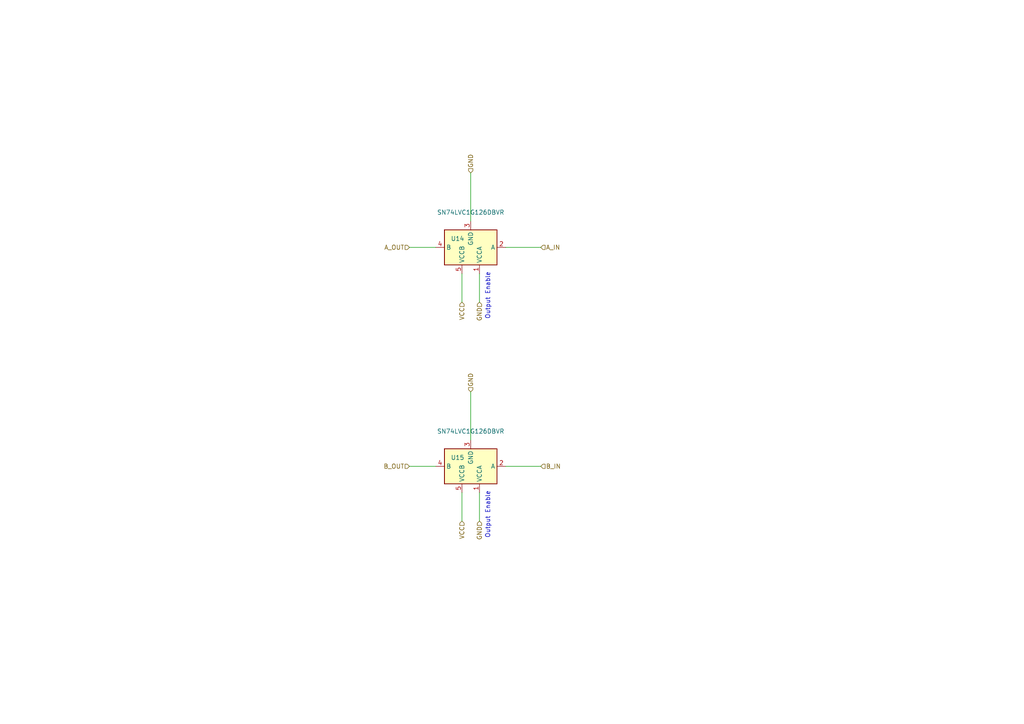
<source format=kicad_sch>
(kicad_sch (version 20230121) (generator eeschema)
  (paper "A4")
  (lib_symbols
    (symbol "Logic_LevelTranslator:SN74AUP1T34DCK"
      (property "Reference" "U" (at -6.35 6.35 0))
      (property "Value" "SN74AUP1T34DCK" (at 11.43 6.35 0))
      (symbol "SN74AUP1T34DCK_0_1"
        (rectangle (start -7.62 -5.08) (end 7.62 5.08) (stroke (width 0.254)) (fill (type background)))
        (pin power_in line (at -2.54 7.62 270) (length 2.54) (name "VCCA") (number "1"))
        (pin input line (at -10.16 0 0) (length 2.54) (name "A") (number "2"))
        (pin power_in line (at 0 -7.62 90) (length 2.54) (name "GND") (number "3"))
        (pin output line (at 10.16 0 180) (length 2.54) (name "B") (number "4"))
        (pin power_in line (at 2.54 7.62 270) (length 2.54) (name "VCCB") (number "5"))
      )
    )
  )
  (wire (pts (xy 136.525 50.165) (xy 136.525 64.135)))
  (wire (pts (xy 139.065 79.375) (xy 139.065 87.63)))
  (wire (pts (xy 139.065 142.875) (xy 139.065 151.13)))
  (wire (pts (xy 118.745 71.755) (xy 126.365 71.755)))
  (wire (pts (xy 133.985 142.875) (xy 133.985 151.13)))
  (wire (pts (xy 133.985 79.375) (xy 133.985 87.63)))
  (wire (pts (xy 136.525 113.665) (xy 136.525 127.635)))
  (wire (pts (xy 118.745 135.255) (xy 126.365 135.255)))
  (wire (pts (xy 146.685 71.755) (xy 156.845 71.755)))
  (wire (pts (xy 146.685 135.255) (xy 156.845 135.255)))
  (text "Output Enable" (at 142.24 156.21 90) (effects (font (size 1.27 1.27)) (justify left bottom)))
  (text "Output Enable" (at 142.24 92.71 90) (effects (font (size 1.27 1.27)) (justify left bottom)))
  (hierarchical_label "GND" (shape input) (at 139.065 151.13 270))
  (hierarchical_label "B_OUT" (shape input) (at 118.745 135.255 180))
  (hierarchical_label "A_OUT" (shape input) (at 118.745 71.755 180))
  (hierarchical_label "GND" (shape input) (at 136.525 50.165 90))
  (hierarchical_label "VCC" (shape input) (at 133.985 87.63 270))
  (hierarchical_label "B_IN" (shape input) (at 156.845 135.255 0))
  (hierarchical_label "GND" (shape input) (at 139.065 87.63 270))
  (hierarchical_label "GND" (shape input) (at 136.525 113.665 90))
  (hierarchical_label "VCC" (shape input) (at 133.985 151.13 270))
  (hierarchical_label "A_IN" (shape input) (at 156.845 71.755 0))
  (symbol (lib_id "Logic_LevelTranslator:SN74AUP1T34DCK") (at 136.525 71.755 180) (unit 1)
    (property "Reference" "U14" (at 132.715 69.215 0))
    (property "Value" "SN74LVC1G126DBVR" (at 136.525 61.595 0))
    (property "Footprint" "Package_TO_SOT_SMD:SOT-353_SC-70-5" (effects hide))
    (property "Datasheet" "https://www.ti.com/cn/lit/gpn/sn74ahc1g125" (effects hide))
    (property "MPN" "C151890" (effects hide))
    (property "JLC" "C151890" (effects hide))
    (property "LCSC" "C151890" (effects hide))
    (instances (project "poly_kb_wave_left2" (path "" (reference "U14") (unit 1)) (path "" (reference "U12") (unit 1)) (path "" (reference "U16") (unit 1)) (path "" (reference "U18") (unit 1)) (path "" (reference "U20") (unit 1)) (path "" (reference "U22") (unit 1)) (path "" (reference "U24") (unit 1))))
  )
  (symbol (lib_id "Logic_LevelTranslator:SN74AUP1T34DCK") (at 136.525 135.255 180) (unit 1)
    (property "Reference" "U15" (at 132.715 132.715 0))
    (property "Value" "SN74LVC1G126DBVR" (at 136.525 125.095 0))
    (property "Footprint" "Package_TO_SOT_SMD:SOT-353_SC-70-5" (effects hide))
    (property "Datasheet" "https://www.ti.com/cn/lit/gpn/sn74ahc1g125" (effects hide))
    (property "MPN" "C151890" (effects hide))
    (property "JLC" "C151890" (effects hide))
    (property "LCSC" "C151890" (effects hide))
    (instances (project "poly_kb_wave_left2" (path "" (reference "U15") (unit 1)) (path "" (reference "U13") (unit 1)) (path "" (reference "U17") (unit 1)) (path "" (reference "U19") (unit 1)) (path "" (reference "U21") (unit 1)) (path "" (reference "U23") (unit 1)) (path "" (reference "U25") (unit 1))))
  )
)
</source>
